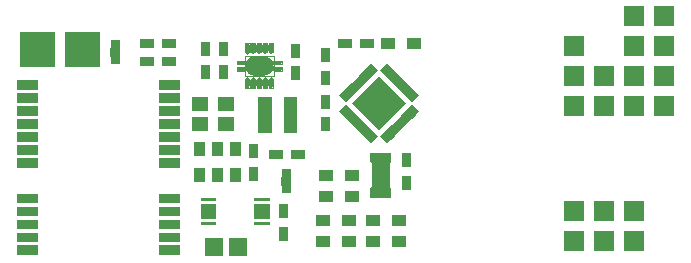
<source format=gbr>
G04 #@! TF.GenerationSoftware,KiCad,Pcbnew,(5.1.5)-3*
G04 #@! TF.CreationDate,2020-02-17T19:32:57-05:00*
G04 #@! TF.ProjectId,PicoTrackerWSPR1Rev6,5069636f-5472-4616-936b-657257535052,rev?*
G04 #@! TF.SameCoordinates,Original*
G04 #@! TF.FileFunction,Soldermask,Top*
G04 #@! TF.FilePolarity,Negative*
%FSLAX46Y46*%
G04 Gerber Fmt 4.6, Leading zero omitted, Abs format (unit mm)*
G04 Created by KiCad (PCBNEW (5.1.5)-3) date 2020-02-17 19:32:57*
%MOMM*%
%LPD*%
G04 APERTURE LIST*
%ADD10C,0.066040*%
%ADD11C,0.100000*%
G04 APERTURE END LIST*
D10*
X98978720Y-72773540D02*
X99578160Y-72773540D01*
X99578160Y-72773540D02*
X99578160Y-72473820D01*
X98978720Y-72473820D02*
X99578160Y-72473820D01*
X98978720Y-72773540D02*
X98978720Y-72473820D01*
X98978720Y-73322180D02*
X99578160Y-73322180D01*
X99578160Y-73322180D02*
X99578160Y-73022460D01*
X98978720Y-73022460D02*
X99578160Y-73022460D01*
X98978720Y-73322180D02*
X98978720Y-73022460D01*
X99677220Y-73746360D02*
X102125780Y-73746360D01*
X102125780Y-73746360D02*
X102125780Y-72049640D01*
X99677220Y-72049640D02*
X102125780Y-72049640D01*
X99677220Y-73746360D02*
X99677220Y-72049640D01*
X99728020Y-74820780D02*
X100078540Y-74820780D01*
X100078540Y-74820780D02*
X100078540Y-74061320D01*
X99728020Y-74061320D02*
X100078540Y-74061320D01*
X99728020Y-74820780D02*
X99728020Y-74061320D01*
X100228400Y-74820780D02*
X100578920Y-74820780D01*
X100578920Y-74820780D02*
X100578920Y-74061320D01*
X100228400Y-74061320D02*
X100578920Y-74061320D01*
X100228400Y-74820780D02*
X100228400Y-74061320D01*
X100728780Y-74820780D02*
X101074220Y-74820780D01*
X101074220Y-74820780D02*
X101074220Y-74061320D01*
X100728780Y-74061320D02*
X101074220Y-74061320D01*
X100728780Y-74820780D02*
X100728780Y-74061320D01*
X101224080Y-74820780D02*
X101574600Y-74820780D01*
X101574600Y-74820780D02*
X101574600Y-74061320D01*
X101224080Y-74061320D02*
X101574600Y-74061320D01*
X101224080Y-74820780D02*
X101224080Y-74061320D01*
X101724460Y-74820780D02*
X102074980Y-74820780D01*
X102074980Y-74820780D02*
X102074980Y-74061320D01*
X101724460Y-74061320D02*
X102074980Y-74061320D01*
X101724460Y-74820780D02*
X101724460Y-74061320D01*
X101724460Y-71734680D02*
X102074980Y-71734680D01*
X102074980Y-71734680D02*
X102074980Y-70975220D01*
X101724460Y-70975220D02*
X102074980Y-70975220D01*
X101724460Y-71734680D02*
X101724460Y-70975220D01*
X101224080Y-71734680D02*
X101574600Y-71734680D01*
X101574600Y-71734680D02*
X101574600Y-70975220D01*
X101224080Y-70975220D02*
X101574600Y-70975220D01*
X101224080Y-71734680D02*
X101224080Y-70975220D01*
X100728780Y-71734680D02*
X101074220Y-71734680D01*
X101074220Y-71734680D02*
X101074220Y-70975220D01*
X100728780Y-70975220D02*
X101074220Y-70975220D01*
X100728780Y-71734680D02*
X100728780Y-70975220D01*
X100228400Y-71734680D02*
X100578920Y-71734680D01*
X100578920Y-71734680D02*
X100578920Y-70975220D01*
X100228400Y-70975220D02*
X100578920Y-70975220D01*
X100228400Y-71734680D02*
X100228400Y-70975220D01*
X99728020Y-71734680D02*
X100078540Y-71734680D01*
X100078540Y-71734680D02*
X100078540Y-70975220D01*
X99728020Y-70975220D02*
X100078540Y-70975220D01*
X99728020Y-71734680D02*
X99728020Y-70975220D01*
X102224840Y-73322180D02*
X102824280Y-73322180D01*
X102824280Y-73322180D02*
X102824280Y-73022460D01*
X102224840Y-73022460D02*
X102824280Y-73022460D01*
X102224840Y-73322180D02*
X102224840Y-73022460D01*
X102224840Y-72773540D02*
X102824280Y-72773540D01*
X102824280Y-72773540D02*
X102824280Y-72473820D01*
X102224840Y-72473820D02*
X102824280Y-72473820D01*
X102224840Y-72773540D02*
X102224840Y-72473820D01*
D11*
X100076000Y-74061320D02*
G75*
G03X100076000Y-74061320I-172720J0D01*
G01*
X100576380Y-74061320D02*
G75*
G03X100576380Y-74061320I-172720J0D01*
G01*
X101074220Y-74061320D02*
G75*
G03X101074220Y-74061320I-172720J0D01*
G01*
X101572060Y-74061320D02*
G75*
G03X101572060Y-74061320I-172720J0D01*
G01*
X102072440Y-74061320D02*
G75*
G03X102072440Y-74061320I-172720J0D01*
G01*
X102072440Y-71734680D02*
G75*
G03X102072440Y-71734680I-172720J0D01*
G01*
X101572060Y-71734680D02*
G75*
G03X101572060Y-71734680I-172720J0D01*
G01*
X101074220Y-71734680D02*
G75*
G03X101074220Y-71734680I-172720J0D01*
G01*
X100576380Y-71734680D02*
G75*
G03X100576380Y-71734680I-172720J0D01*
G01*
X100076000Y-71734680D02*
G75*
G03X100076000Y-71734680I-172720J0D01*
G01*
G36*
X99873500Y-89015000D02*
G01*
X98373500Y-89015000D01*
X98373500Y-87515000D01*
X99873500Y-87515000D01*
X99873500Y-89015000D01*
G37*
G36*
X97841500Y-89015000D02*
G01*
X96341500Y-89015000D01*
X96341500Y-87515000D01*
X97841500Y-87515000D01*
X97841500Y-89015000D01*
G37*
G36*
X82194400Y-88912700D02*
G01*
X80396080Y-88912700D01*
X80396080Y-88115140D01*
X82194400Y-88115140D01*
X82194400Y-88912700D01*
G37*
G36*
X94190820Y-88912700D02*
G01*
X92392500Y-88912700D01*
X92392500Y-88115140D01*
X94190820Y-88115140D01*
X94190820Y-88912700D01*
G37*
G36*
X130961500Y-88607000D02*
G01*
X129261500Y-88607000D01*
X129261500Y-86907000D01*
X130961500Y-86907000D01*
X130961500Y-88607000D01*
G37*
G36*
X128421500Y-88607000D02*
G01*
X126721500Y-88607000D01*
X126721500Y-86907000D01*
X128421500Y-86907000D01*
X128421500Y-88607000D01*
G37*
G36*
X133501500Y-88607000D02*
G01*
X131801500Y-88607000D01*
X131801500Y-86907000D01*
X133501500Y-86907000D01*
X133501500Y-88607000D01*
G37*
G36*
X113353500Y-88207000D02*
G01*
X112153500Y-88207000D01*
X112153500Y-87307000D01*
X113353500Y-87307000D01*
X113353500Y-88207000D01*
G37*
G36*
X111153500Y-88207000D02*
G01*
X109953500Y-88207000D01*
X109953500Y-87307000D01*
X111153500Y-87307000D01*
X111153500Y-88207000D01*
G37*
G36*
X109121500Y-88207000D02*
G01*
X107921500Y-88207000D01*
X107921500Y-87307000D01*
X109121500Y-87307000D01*
X109121500Y-88207000D01*
G37*
G36*
X106921500Y-88207000D02*
G01*
X105721500Y-88207000D01*
X105721500Y-87307000D01*
X106921500Y-87307000D01*
X106921500Y-88207000D01*
G37*
G36*
X94190820Y-87812880D02*
G01*
X92392500Y-87812880D01*
X92392500Y-87015320D01*
X94190820Y-87015320D01*
X94190820Y-87812880D01*
G37*
G36*
X82194400Y-87812880D02*
G01*
X80396080Y-87812880D01*
X80396080Y-87015320D01*
X82194400Y-87015320D01*
X82194400Y-87812880D01*
G37*
G36*
X103308500Y-87717000D02*
G01*
X102558500Y-87717000D01*
X102558500Y-86517000D01*
X103308500Y-86517000D01*
X103308500Y-87717000D01*
G37*
G36*
X94190820Y-86713060D02*
G01*
X92392500Y-86713060D01*
X92392500Y-85915500D01*
X94190820Y-85915500D01*
X94190820Y-86713060D01*
G37*
G36*
X82194400Y-86713060D02*
G01*
X80396080Y-86713060D01*
X80396080Y-85915500D01*
X82194400Y-85915500D01*
X82194400Y-86713060D01*
G37*
G36*
X106921500Y-86429000D02*
G01*
X105721500Y-86429000D01*
X105721500Y-85529000D01*
X106921500Y-85529000D01*
X106921500Y-86429000D01*
G37*
G36*
X109121500Y-86429000D02*
G01*
X107921500Y-86429000D01*
X107921500Y-85529000D01*
X109121500Y-85529000D01*
X109121500Y-86429000D01*
G37*
G36*
X111153500Y-86429000D02*
G01*
X109953500Y-86429000D01*
X109953500Y-85529000D01*
X111153500Y-85529000D01*
X111153500Y-86429000D01*
G37*
G36*
X113353500Y-86429000D02*
G01*
X112153500Y-86429000D01*
X112153500Y-85529000D01*
X113353500Y-85529000D01*
X113353500Y-86429000D01*
G37*
G36*
X97269500Y-86339680D02*
G01*
X95969500Y-86339680D01*
X95969500Y-86090760D01*
X97269500Y-86090760D01*
X97269500Y-86339680D01*
G37*
G36*
X101769500Y-86339680D02*
G01*
X100469500Y-86339680D01*
X100469500Y-86090760D01*
X101769500Y-86090760D01*
X101769500Y-86339680D01*
G37*
G36*
X128421500Y-86067000D02*
G01*
X126721500Y-86067000D01*
X126721500Y-84367000D01*
X128421500Y-84367000D01*
X128421500Y-86067000D01*
G37*
G36*
X130961500Y-86067000D02*
G01*
X129261500Y-86067000D01*
X129261500Y-84367000D01*
X130961500Y-84367000D01*
X130961500Y-86067000D01*
G37*
G36*
X133501500Y-86067000D02*
G01*
X131801500Y-86067000D01*
X131801500Y-84367000D01*
X133501500Y-84367000D01*
X133501500Y-86067000D01*
G37*
G36*
X97269500Y-85839300D02*
G01*
X95969500Y-85839300D01*
X95969500Y-84594700D01*
X97269500Y-84594700D01*
X97269500Y-85839300D01*
G37*
G36*
X101769500Y-85839300D02*
G01*
X100469500Y-85839300D01*
X100469500Y-84594700D01*
X101769500Y-84594700D01*
X101769500Y-85839300D01*
G37*
G36*
X103308500Y-85817000D02*
G01*
X102558500Y-85817000D01*
X102558500Y-84617000D01*
X103308500Y-84617000D01*
X103308500Y-85817000D01*
G37*
G36*
X94190820Y-85613240D02*
G01*
X92392500Y-85613240D01*
X92392500Y-84815680D01*
X94190820Y-84815680D01*
X94190820Y-85613240D01*
G37*
G36*
X82194400Y-85613240D02*
G01*
X80396080Y-85613240D01*
X80396080Y-84815680D01*
X82194400Y-84815680D01*
X82194400Y-85613240D01*
G37*
G36*
X82194400Y-84513420D02*
G01*
X80396080Y-84513420D01*
X80396080Y-83715860D01*
X82194400Y-83715860D01*
X82194400Y-84513420D01*
G37*
G36*
X94190820Y-84513420D02*
G01*
X92392500Y-84513420D01*
X92392500Y-83715860D01*
X94190820Y-83715860D01*
X94190820Y-84513420D01*
G37*
G36*
X107175500Y-84397000D02*
G01*
X105975500Y-84397000D01*
X105975500Y-83497000D01*
X107175500Y-83497000D01*
X107175500Y-84397000D01*
G37*
G36*
X109375500Y-84397000D02*
G01*
X108175500Y-84397000D01*
X108175500Y-83497000D01*
X109375500Y-83497000D01*
X109375500Y-84397000D01*
G37*
G36*
X97269500Y-84343240D02*
G01*
X95969500Y-84343240D01*
X95969500Y-84094320D01*
X97269500Y-84094320D01*
X97269500Y-84343240D01*
G37*
G36*
X101769500Y-84343240D02*
G01*
X100469500Y-84343240D01*
X100469500Y-84094320D01*
X101769500Y-84094320D01*
X101769500Y-84343240D01*
G37*
G36*
X112088500Y-81069000D02*
G01*
X112088499Y-81069000D01*
X112064113Y-81071402D01*
X112040664Y-81078515D01*
X112019053Y-81090066D01*
X112000111Y-81105611D01*
X111984566Y-81124553D01*
X111973015Y-81146164D01*
X111965902Y-81169613D01*
X111963500Y-81193999D01*
X111963500Y-83144001D01*
X111965902Y-83168387D01*
X111973015Y-83191836D01*
X111984566Y-83213447D01*
X112000111Y-83232389D01*
X112019053Y-83247934D01*
X112040664Y-83259485D01*
X112064113Y-83266598D01*
X112088499Y-83269000D01*
X112088500Y-83269000D01*
X112088500Y-84069000D01*
X110288500Y-84069000D01*
X110288500Y-83269000D01*
X110288501Y-83269000D01*
X110312887Y-83266598D01*
X110336336Y-83259485D01*
X110357947Y-83247934D01*
X110376889Y-83232389D01*
X110392434Y-83213447D01*
X110403985Y-83191836D01*
X110411098Y-83168387D01*
X110413500Y-83144001D01*
X110413500Y-81193999D01*
X110411098Y-81169613D01*
X110403985Y-81146164D01*
X110392434Y-81124553D01*
X110376889Y-81105611D01*
X110357947Y-81090066D01*
X110336336Y-81078515D01*
X110312887Y-81071402D01*
X110288501Y-81069000D01*
X110288500Y-81069000D01*
X110288500Y-80269000D01*
X112088500Y-80269000D01*
X112088500Y-81069000D01*
G37*
G36*
X103587500Y-82302001D02*
G01*
X103589902Y-82326387D01*
X103597015Y-82349836D01*
X103608566Y-82371447D01*
X103617500Y-82382333D01*
X103617500Y-82971667D01*
X103608566Y-82982553D01*
X103597015Y-83004164D01*
X103589902Y-83027613D01*
X103587500Y-83051999D01*
X103587500Y-83677000D01*
X102787500Y-83677000D01*
X102787500Y-83051999D01*
X102785098Y-83027613D01*
X102777985Y-83004164D01*
X102766434Y-82982553D01*
X102757500Y-82971667D01*
X102757500Y-82382333D01*
X102766434Y-82371447D01*
X102777985Y-82349836D01*
X102785098Y-82326387D01*
X102787500Y-82302001D01*
X102787500Y-81677000D01*
X103587500Y-81677000D01*
X103587500Y-82302001D01*
G37*
G36*
X113722500Y-83399000D02*
G01*
X112972500Y-83399000D01*
X112972500Y-82199000D01*
X113722500Y-82199000D01*
X113722500Y-83399000D01*
G37*
G36*
X97795500Y-82769000D02*
G01*
X96895500Y-82769000D01*
X96895500Y-81569000D01*
X97795500Y-81569000D01*
X97795500Y-82769000D01*
G37*
G36*
X96271500Y-82769000D02*
G01*
X95371500Y-82769000D01*
X95371500Y-81569000D01*
X96271500Y-81569000D01*
X96271500Y-82769000D01*
G37*
G36*
X99319500Y-82769000D02*
G01*
X98419500Y-82769000D01*
X98419500Y-81569000D01*
X99319500Y-81569000D01*
X99319500Y-82769000D01*
G37*
G36*
X100768500Y-82637000D02*
G01*
X100018500Y-82637000D01*
X100018500Y-81437000D01*
X100768500Y-81437000D01*
X100768500Y-82637000D01*
G37*
G36*
X107175500Y-82619000D02*
G01*
X105975500Y-82619000D01*
X105975500Y-81719000D01*
X107175500Y-81719000D01*
X107175500Y-82619000D01*
G37*
G36*
X109375500Y-82619000D02*
G01*
X108175500Y-82619000D01*
X108175500Y-81719000D01*
X109375500Y-81719000D01*
X109375500Y-82619000D01*
G37*
G36*
X82194400Y-81516220D02*
G01*
X80396080Y-81516220D01*
X80396080Y-80718660D01*
X82194400Y-80718660D01*
X82194400Y-81516220D01*
G37*
G36*
X94190820Y-81516220D02*
G01*
X92392500Y-81516220D01*
X92392500Y-80718660D01*
X94190820Y-80718660D01*
X94190820Y-81516220D01*
G37*
G36*
X113722500Y-81499000D02*
G01*
X112972500Y-81499000D01*
X112972500Y-80299000D01*
X113722500Y-80299000D01*
X113722500Y-81499000D01*
G37*
G36*
X102903500Y-80766000D02*
G01*
X101703500Y-80766000D01*
X101703500Y-80016000D01*
X102903500Y-80016000D01*
X102903500Y-80766000D01*
G37*
G36*
X104803500Y-80766000D02*
G01*
X103603500Y-80766000D01*
X103603500Y-80016000D01*
X104803500Y-80016000D01*
X104803500Y-80766000D01*
G37*
G36*
X100768500Y-80737000D02*
G01*
X100018500Y-80737000D01*
X100018500Y-79537000D01*
X100768500Y-79537000D01*
X100768500Y-80737000D01*
G37*
G36*
X97795500Y-80569000D02*
G01*
X96895500Y-80569000D01*
X96895500Y-79369000D01*
X97795500Y-79369000D01*
X97795500Y-80569000D01*
G37*
G36*
X99319500Y-80569000D02*
G01*
X98419500Y-80569000D01*
X98419500Y-79369000D01*
X99319500Y-79369000D01*
X99319500Y-80569000D01*
G37*
G36*
X96271500Y-80569000D02*
G01*
X95371500Y-80569000D01*
X95371500Y-79369000D01*
X96271500Y-79369000D01*
X96271500Y-80569000D01*
G37*
G36*
X94190820Y-80413860D02*
G01*
X92392500Y-80413860D01*
X92392500Y-79616300D01*
X94190820Y-79616300D01*
X94190820Y-80413860D01*
G37*
G36*
X82194400Y-80413860D02*
G01*
X80396080Y-80413860D01*
X80396080Y-79616300D01*
X82194400Y-79616300D01*
X82194400Y-80413860D01*
G37*
G36*
X108940174Y-76815457D02*
G01*
X108940179Y-76815463D01*
X109258378Y-77133662D01*
X109258384Y-77133667D01*
X110000834Y-77876117D01*
X110000839Y-77876123D01*
X110319038Y-78194322D01*
X110319044Y-78194327D01*
X110973111Y-78848394D01*
X110372071Y-79449434D01*
X109753353Y-78830716D01*
X109753347Y-78830711D01*
X109364450Y-78441814D01*
X109364445Y-78441808D01*
X108692693Y-77770056D01*
X108692687Y-77770051D01*
X108303790Y-77381154D01*
X108303785Y-77381148D01*
X107685066Y-76762429D01*
X108286106Y-76161389D01*
X108940174Y-76815457D01*
G37*
G36*
X114437934Y-76762429D02*
G01*
X114137414Y-77062949D01*
X113819216Y-77381148D01*
X113430308Y-77770056D01*
X113076754Y-78123609D01*
X112758556Y-78441808D01*
X112369648Y-78830716D01*
X112016094Y-79184269D01*
X111750929Y-79449434D01*
X111149889Y-78848394D01*
X111803952Y-78194331D01*
X111803963Y-78194322D01*
X111856997Y-78141289D01*
X111856996Y-78141288D01*
X112069128Y-77929156D01*
X112069129Y-77929157D01*
X112122162Y-77876123D01*
X112122171Y-77876112D01*
X112864612Y-77133671D01*
X112864623Y-77133662D01*
X112917657Y-77080629D01*
X112917656Y-77080628D01*
X113129788Y-76868496D01*
X113129789Y-76868497D01*
X113182822Y-76815463D01*
X113182831Y-76815452D01*
X113836894Y-76161389D01*
X114437934Y-76762429D01*
G37*
G36*
X82194400Y-79314040D02*
G01*
X80396080Y-79314040D01*
X80396080Y-78516480D01*
X82194400Y-78516480D01*
X82194400Y-79314040D01*
G37*
G36*
X94190820Y-79314040D02*
G01*
X92392500Y-79314040D01*
X92392500Y-78516480D01*
X94190820Y-78516480D01*
X94190820Y-79314040D01*
G37*
G36*
X101981000Y-78613000D02*
G01*
X100838000Y-78613000D01*
X100838000Y-75565000D01*
X101981000Y-75565000D01*
X101981000Y-78613000D01*
G37*
G36*
X104140000Y-78613000D02*
G01*
X102997000Y-78613000D01*
X102997000Y-75565000D01*
X104140000Y-75565000D01*
X104140000Y-78613000D01*
G37*
G36*
X106864500Y-78451000D02*
G01*
X106114500Y-78451000D01*
X106114500Y-77251000D01*
X106864500Y-77251000D01*
X106864500Y-78451000D01*
G37*
G36*
X98806000Y-78447900D02*
G01*
X97409000Y-78447900D01*
X97409000Y-77254100D01*
X98806000Y-77254100D01*
X98806000Y-78447900D01*
G37*
G36*
X96596200Y-78447900D02*
G01*
X95199200Y-78447900D01*
X95199200Y-77254100D01*
X96596200Y-77254100D01*
X96596200Y-78447900D01*
G37*
G36*
X113359597Y-76073000D02*
G01*
X111061500Y-78371097D01*
X108763403Y-76073000D01*
X111061500Y-73774903D01*
X113359597Y-76073000D01*
G37*
G36*
X82194400Y-78214220D02*
G01*
X80396080Y-78214220D01*
X80396080Y-77416660D01*
X82194400Y-77416660D01*
X82194400Y-78214220D01*
G37*
G36*
X94190820Y-78214220D02*
G01*
X92392500Y-78214220D01*
X92392500Y-77416660D01*
X94190820Y-77416660D01*
X94190820Y-78214220D01*
G37*
G36*
X133501500Y-77177000D02*
G01*
X131801500Y-77177000D01*
X131801500Y-75477000D01*
X133501500Y-75477000D01*
X133501500Y-77177000D01*
G37*
G36*
X136041500Y-77177000D02*
G01*
X134341500Y-77177000D01*
X134341500Y-75477000D01*
X136041500Y-75477000D01*
X136041500Y-77177000D01*
G37*
G36*
X128421500Y-77177000D02*
G01*
X126721500Y-77177000D01*
X126721500Y-75477000D01*
X128421500Y-75477000D01*
X128421500Y-77177000D01*
G37*
G36*
X130961500Y-77177000D02*
G01*
X129261500Y-77177000D01*
X129261500Y-75477000D01*
X130961500Y-75477000D01*
X130961500Y-77177000D01*
G37*
G36*
X82194400Y-77114400D02*
G01*
X80396080Y-77114400D01*
X80396080Y-76316840D01*
X82194400Y-76316840D01*
X82194400Y-77114400D01*
G37*
G36*
X94190820Y-77114400D02*
G01*
X92392500Y-77114400D01*
X92392500Y-76316840D01*
X94190820Y-76316840D01*
X94190820Y-77114400D01*
G37*
G36*
X98806000Y-76746100D02*
G01*
X97409000Y-76746100D01*
X97409000Y-75552300D01*
X98806000Y-75552300D01*
X98806000Y-76746100D01*
G37*
G36*
X96596200Y-76746100D02*
G01*
X95199200Y-76746100D01*
X95199200Y-75552300D01*
X96596200Y-75552300D01*
X96596200Y-76746100D01*
G37*
G36*
X106864500Y-76551000D02*
G01*
X106114500Y-76551000D01*
X106114500Y-75351000D01*
X106864500Y-75351000D01*
X106864500Y-76551000D01*
G37*
G36*
X94190820Y-76014580D02*
G01*
X92392500Y-76014580D01*
X92392500Y-75217020D01*
X94190820Y-75217020D01*
X94190820Y-76014580D01*
G37*
G36*
X82194400Y-76014580D02*
G01*
X80396080Y-76014580D01*
X80396080Y-75217020D01*
X82194400Y-75217020D01*
X82194400Y-76014580D01*
G37*
G36*
X112369648Y-73315285D02*
G01*
X112369654Y-73315290D01*
X112758551Y-73704187D01*
X112758556Y-73704193D01*
X113430308Y-74375945D01*
X113430314Y-74375950D01*
X113819211Y-74764847D01*
X113819216Y-74764853D01*
X114437934Y-75383571D01*
X113836894Y-75984611D01*
X113182827Y-75330544D01*
X113182822Y-75330538D01*
X112864623Y-75012339D01*
X112864617Y-75012334D01*
X112122167Y-74269884D01*
X112122162Y-74269878D01*
X111803963Y-73951679D01*
X111803957Y-73951674D01*
X111149889Y-73297606D01*
X111750929Y-72696566D01*
X112369648Y-73315285D01*
G37*
G36*
X110973111Y-73297606D02*
G01*
X108286106Y-75984611D01*
X107685066Y-75383571D01*
X108250751Y-74817886D01*
X108303785Y-74764853D01*
X108303794Y-74764842D01*
X108692682Y-74375954D01*
X108692693Y-74375945D01*
X108745726Y-74322911D01*
X109311411Y-73757226D01*
X109364445Y-73704193D01*
X109364454Y-73704182D01*
X109753342Y-73315294D01*
X109753353Y-73315285D01*
X109806386Y-73262251D01*
X110372071Y-72696566D01*
X110973111Y-73297606D01*
G37*
G36*
X82194400Y-74914760D02*
G01*
X80396080Y-74914760D01*
X80396080Y-74117200D01*
X82194400Y-74117200D01*
X82194400Y-74914760D01*
G37*
G36*
X94190820Y-74914760D02*
G01*
X92392500Y-74914760D01*
X92392500Y-74117200D01*
X94190820Y-74117200D01*
X94190820Y-74914760D01*
G37*
G36*
X100911030Y-73916675D02*
G01*
X100926575Y-73935617D01*
X100956038Y-73957468D01*
X100964833Y-73962169D01*
X100979488Y-73970002D01*
X100979490Y-73970003D01*
X100979489Y-73970003D01*
X101000760Y-73987460D01*
X101018219Y-74008733D01*
X101031818Y-74034175D01*
X101040179Y-74054363D01*
X101053793Y-74074737D01*
X101071119Y-74092065D01*
X101091493Y-74105679D01*
X101114132Y-74115057D01*
X101138165Y-74119838D01*
X101162669Y-74119838D01*
X101186703Y-74115058D01*
X101209342Y-74105682D01*
X101229716Y-74092068D01*
X101247044Y-74074742D01*
X101260658Y-74054368D01*
X101269019Y-74034182D01*
X101275321Y-74022391D01*
X101282622Y-74008732D01*
X101300080Y-73987460D01*
X101321352Y-73970002D01*
X101344804Y-73957467D01*
X101365177Y-73943854D01*
X101382503Y-73926526D01*
X101384940Y-73922879D01*
X101390029Y-73927968D01*
X101410403Y-73941582D01*
X101433045Y-73950959D01*
X101453056Y-73957029D01*
X101453058Y-73957030D01*
X101477328Y-73970002D01*
X101477330Y-73970003D01*
X101477329Y-73970003D01*
X101498600Y-73987460D01*
X101516059Y-74008733D01*
X101529031Y-74033002D01*
X101529913Y-74035910D01*
X101539289Y-74058550D01*
X101552903Y-74078924D01*
X101570229Y-74096252D01*
X101590603Y-74109866D01*
X101613242Y-74119244D01*
X101637275Y-74124025D01*
X101661779Y-74124025D01*
X101685812Y-74119245D01*
X101708452Y-74109869D01*
X101728826Y-74096255D01*
X101746154Y-74078929D01*
X101759768Y-74058555D01*
X101769147Y-74035913D01*
X101770030Y-74033001D01*
X101776964Y-74020029D01*
X101783002Y-74008732D01*
X101800460Y-73987460D01*
X101821732Y-73970002D01*
X101821731Y-73970002D01*
X101821733Y-73970001D01*
X101845999Y-73957030D01*
X101872334Y-73949042D01*
X101899720Y-73946345D01*
X101927105Y-73949042D01*
X101953438Y-73957030D01*
X101977708Y-73970002D01*
X101977710Y-73970003D01*
X101977709Y-73970003D01*
X101998980Y-73987460D01*
X102016439Y-74008733D01*
X102029410Y-74032999D01*
X102037398Y-74059334D01*
X102039420Y-74079866D01*
X102039420Y-74662534D01*
X102037398Y-74683066D01*
X102029410Y-74709401D01*
X102016439Y-74733667D01*
X101998980Y-74754940D01*
X101977707Y-74772399D01*
X101953441Y-74785370D01*
X101927106Y-74793358D01*
X101899720Y-74796055D01*
X101872335Y-74793358D01*
X101846000Y-74785370D01*
X101821734Y-74772399D01*
X101800461Y-74754940D01*
X101783002Y-74733667D01*
X101770032Y-74709401D01*
X101769675Y-74708223D01*
X101769146Y-74706483D01*
X101759773Y-74683852D01*
X101746160Y-74663477D01*
X101728834Y-74646149D01*
X101708460Y-74632534D01*
X101685821Y-74623156D01*
X101661788Y-74618374D01*
X101637284Y-74618373D01*
X101613251Y-74623153D01*
X101590612Y-74632529D01*
X101570237Y-74646142D01*
X101552909Y-74663468D01*
X101539294Y-74683842D01*
X101529915Y-74706483D01*
X101529030Y-74709400D01*
X101516059Y-74733667D01*
X101498600Y-74754940D01*
X101477327Y-74772399D01*
X101453061Y-74785370D01*
X101426726Y-74793358D01*
X101399340Y-74796055D01*
X101371955Y-74793358D01*
X101345620Y-74785370D01*
X101321354Y-74772399D01*
X101300081Y-74754940D01*
X101282622Y-74733667D01*
X101269022Y-74708223D01*
X101260663Y-74688039D01*
X101247050Y-74667664D01*
X101229724Y-74650336D01*
X101209351Y-74636722D01*
X101186712Y-74627343D01*
X101162679Y-74622562D01*
X101138175Y-74622560D01*
X101114142Y-74627340D01*
X101091502Y-74636716D01*
X101071127Y-74650329D01*
X101053799Y-74667655D01*
X101040185Y-74688028D01*
X101031818Y-74708225D01*
X101018219Y-74733667D01*
X101000760Y-74754940D01*
X100979487Y-74772399D01*
X100955221Y-74785370D01*
X100928886Y-74793358D01*
X100901500Y-74796055D01*
X100874115Y-74793358D01*
X100847780Y-74785370D01*
X100823514Y-74772399D01*
X100802241Y-74754940D01*
X100784782Y-74733667D01*
X100771182Y-74708223D01*
X100762823Y-74688039D01*
X100749210Y-74667664D01*
X100731884Y-74650336D01*
X100711511Y-74636722D01*
X100688872Y-74627343D01*
X100664839Y-74622562D01*
X100640335Y-74622560D01*
X100616302Y-74627340D01*
X100593662Y-74636716D01*
X100573287Y-74650329D01*
X100555959Y-74667655D01*
X100542345Y-74688028D01*
X100533978Y-74708225D01*
X100520379Y-74733667D01*
X100502920Y-74754940D01*
X100481647Y-74772399D01*
X100457381Y-74785370D01*
X100431046Y-74793358D01*
X100403660Y-74796055D01*
X100376275Y-74793358D01*
X100349940Y-74785370D01*
X100325674Y-74772399D01*
X100304401Y-74754940D01*
X100286942Y-74733667D01*
X100273972Y-74709401D01*
X100273615Y-74708223D01*
X100273086Y-74706483D01*
X100263713Y-74683852D01*
X100250100Y-74663477D01*
X100232774Y-74646149D01*
X100212400Y-74632534D01*
X100189761Y-74623156D01*
X100165728Y-74618374D01*
X100141224Y-74618373D01*
X100117191Y-74623153D01*
X100094552Y-74632529D01*
X100074177Y-74646142D01*
X100056849Y-74663468D01*
X100043234Y-74683842D01*
X100033855Y-74706483D01*
X100032970Y-74709400D01*
X100019999Y-74733667D01*
X100002540Y-74754940D01*
X99981267Y-74772399D01*
X99957001Y-74785370D01*
X99930666Y-74793358D01*
X99903280Y-74796055D01*
X99875895Y-74793358D01*
X99849560Y-74785370D01*
X99825294Y-74772399D01*
X99804021Y-74754940D01*
X99786562Y-74733667D01*
X99773591Y-74709401D01*
X99765603Y-74683066D01*
X99763581Y-74662534D01*
X99763580Y-74079867D01*
X99765602Y-74059335D01*
X99773590Y-74033002D01*
X99773592Y-74032999D01*
X99786562Y-74008732D01*
X99804020Y-73987460D01*
X99825292Y-73970002D01*
X99825291Y-73970002D01*
X99825293Y-73970001D01*
X99849559Y-73957030D01*
X99875894Y-73949042D01*
X99903280Y-73946345D01*
X99930665Y-73949042D01*
X99956998Y-73957030D01*
X99981268Y-73970002D01*
X99981270Y-73970003D01*
X99981269Y-73970003D01*
X100002540Y-73987460D01*
X100019999Y-74008733D01*
X100032971Y-74033002D01*
X100033853Y-74035910D01*
X100043229Y-74058550D01*
X100056843Y-74078924D01*
X100074169Y-74096252D01*
X100094543Y-74109866D01*
X100117182Y-74119244D01*
X100141215Y-74124025D01*
X100165719Y-74124025D01*
X100189752Y-74119245D01*
X100212392Y-74109869D01*
X100232766Y-74096255D01*
X100250094Y-74078929D01*
X100263708Y-74058555D01*
X100273087Y-74035913D01*
X100273970Y-74033001D01*
X100280904Y-74020029D01*
X100286942Y-74008732D01*
X100304400Y-73987460D01*
X100325672Y-73970002D01*
X100325671Y-73970002D01*
X100325673Y-73970001D01*
X100349939Y-73957031D01*
X100349941Y-73957030D01*
X100369959Y-73950958D01*
X100392597Y-73941580D01*
X100412971Y-73927967D01*
X100418181Y-73922757D01*
X100428735Y-73935617D01*
X100458198Y-73957468D01*
X100466993Y-73962169D01*
X100481648Y-73970002D01*
X100481650Y-73970003D01*
X100481649Y-73970003D01*
X100502920Y-73987460D01*
X100520379Y-74008733D01*
X100533978Y-74034175D01*
X100542339Y-74054363D01*
X100555953Y-74074737D01*
X100573279Y-74092065D01*
X100593653Y-74105679D01*
X100616292Y-74115057D01*
X100640325Y-74119838D01*
X100664829Y-74119838D01*
X100688863Y-74115058D01*
X100711502Y-74105682D01*
X100731876Y-74092068D01*
X100749204Y-74074742D01*
X100762818Y-74054368D01*
X100771179Y-74034182D01*
X100777481Y-74022391D01*
X100784782Y-74008732D01*
X100802240Y-73987460D01*
X100823512Y-73970002D01*
X100846964Y-73957467D01*
X100867337Y-73943854D01*
X100884663Y-73926526D01*
X100898277Y-73906152D01*
X100901389Y-73898638D01*
X100911030Y-73916675D01*
G37*
G36*
X130961500Y-74637000D02*
G01*
X129261500Y-74637000D01*
X129261500Y-72937000D01*
X130961500Y-72937000D01*
X130961500Y-74637000D01*
G37*
G36*
X133501500Y-74637000D02*
G01*
X131801500Y-74637000D01*
X131801500Y-72937000D01*
X133501500Y-72937000D01*
X133501500Y-74637000D01*
G37*
G36*
X136041500Y-74637000D02*
G01*
X134341500Y-74637000D01*
X134341500Y-72937000D01*
X136041500Y-72937000D01*
X136041500Y-74637000D01*
G37*
G36*
X128421500Y-74637000D02*
G01*
X126721500Y-74637000D01*
X126721500Y-72937000D01*
X128421500Y-72937000D01*
X128421500Y-74637000D01*
G37*
G36*
X106864500Y-74509000D02*
G01*
X106114500Y-74509000D01*
X106114500Y-73309000D01*
X106864500Y-73309000D01*
X106864500Y-74509000D01*
G37*
G36*
X104324500Y-74133000D02*
G01*
X103574500Y-74133000D01*
X103574500Y-72933000D01*
X104324500Y-72933000D01*
X104324500Y-74133000D01*
G37*
G36*
X96704500Y-74001000D02*
G01*
X95954500Y-74001000D01*
X95954500Y-72801000D01*
X96704500Y-72801000D01*
X96704500Y-74001000D01*
G37*
G36*
X98228500Y-74001000D02*
G01*
X97478500Y-74001000D01*
X97478500Y-72801000D01*
X98228500Y-72801000D01*
X98228500Y-74001000D01*
G37*
G36*
X100904724Y-72007696D02*
G01*
X100918338Y-72028071D01*
X100935666Y-72045397D01*
X100956040Y-72059011D01*
X100978679Y-72068388D01*
X101014963Y-72073770D01*
X101285877Y-72073770D01*
X101310263Y-72071368D01*
X101333712Y-72064255D01*
X101355323Y-72052704D01*
X101370322Y-72040395D01*
X101372700Y-72043954D01*
X101390026Y-72061282D01*
X101410400Y-72074896D01*
X101433041Y-72084274D01*
X101534730Y-72115121D01*
X101593095Y-72132826D01*
X101736283Y-72209362D01*
X101861789Y-72312361D01*
X101964788Y-72437867D01*
X101964790Y-72437870D01*
X101965126Y-72438280D01*
X101982453Y-72455607D01*
X102002827Y-72469220D01*
X102025466Y-72478598D01*
X102061751Y-72483980D01*
X102668574Y-72483980D01*
X102689106Y-72486002D01*
X102715441Y-72493990D01*
X102739707Y-72506961D01*
X102760980Y-72524420D01*
X102778439Y-72545693D01*
X102791410Y-72569959D01*
X102799398Y-72596294D01*
X102802095Y-72623680D01*
X102799398Y-72651066D01*
X102791410Y-72677401D01*
X102778439Y-72701667D01*
X102760980Y-72722940D01*
X102739707Y-72740399D01*
X102715441Y-72753370D01*
X102689106Y-72761358D01*
X102668574Y-72763380D01*
X102229023Y-72763380D01*
X102204637Y-72765782D01*
X102181188Y-72772895D01*
X102159577Y-72784446D01*
X102140635Y-72799991D01*
X102125090Y-72818933D01*
X102113539Y-72840544D01*
X102106426Y-72863993D01*
X102104024Y-72888379D01*
X102104626Y-72900632D01*
X102104625Y-72919868D01*
X102109405Y-72943901D01*
X102118781Y-72966540D01*
X102132394Y-72986915D01*
X102149720Y-73004243D01*
X102170094Y-73017858D01*
X102192733Y-73027236D01*
X102216766Y-73032018D01*
X102229023Y-73032620D01*
X102668574Y-73032620D01*
X102689106Y-73034642D01*
X102715441Y-73042630D01*
X102739707Y-73055601D01*
X102760980Y-73073060D01*
X102778439Y-73094333D01*
X102791410Y-73118599D01*
X102799398Y-73144934D01*
X102802095Y-73172320D01*
X102799398Y-73199706D01*
X102791410Y-73226041D01*
X102778439Y-73250307D01*
X102760980Y-73271580D01*
X102739707Y-73289039D01*
X102715441Y-73302010D01*
X102692396Y-73309000D01*
X102689106Y-73309998D01*
X102668574Y-73312020D01*
X102061751Y-73312020D01*
X102037365Y-73314422D01*
X102013916Y-73321535D01*
X101992305Y-73333086D01*
X101965126Y-73357720D01*
X101964790Y-73358130D01*
X101964788Y-73358133D01*
X101861789Y-73483639D01*
X101736283Y-73586638D01*
X101593095Y-73663174D01*
X101534730Y-73680879D01*
X101433041Y-73711726D01*
X101410402Y-73721103D01*
X101390028Y-73734717D01*
X101372701Y-73752044D01*
X101370263Y-73755692D01*
X101365174Y-73750603D01*
X101344800Y-73736989D01*
X101322161Y-73727612D01*
X101285877Y-73722230D01*
X101014963Y-73722230D01*
X100990577Y-73724632D01*
X100967128Y-73731745D01*
X100945517Y-73743296D01*
X100926575Y-73758841D01*
X100911030Y-73777783D01*
X100901389Y-73795820D01*
X100898276Y-73788304D01*
X100884662Y-73767929D01*
X100867334Y-73750603D01*
X100846960Y-73736989D01*
X100824321Y-73727612D01*
X100788037Y-73722230D01*
X100517123Y-73722230D01*
X100492737Y-73724632D01*
X100469288Y-73731745D01*
X100447677Y-73743296D01*
X100432679Y-73755605D01*
X100430299Y-73752043D01*
X100412972Y-73734716D01*
X100392598Y-73721102D01*
X100369958Y-73711724D01*
X100365279Y-73710305D01*
X100365273Y-73710304D01*
X100209905Y-73663174D01*
X100066717Y-73586638D01*
X99941211Y-73483639D01*
X99838212Y-73358133D01*
X99838210Y-73358130D01*
X99837874Y-73357720D01*
X99820547Y-73340393D01*
X99800173Y-73326780D01*
X99777534Y-73317402D01*
X99741249Y-73312020D01*
X99134426Y-73312020D01*
X99113894Y-73309998D01*
X99087559Y-73302010D01*
X99063293Y-73289039D01*
X99042020Y-73271580D01*
X99024561Y-73250307D01*
X99011590Y-73226041D01*
X99003602Y-73199706D01*
X99000905Y-73172320D01*
X99003602Y-73144934D01*
X99011590Y-73118599D01*
X99024561Y-73094333D01*
X99042020Y-73073060D01*
X99063293Y-73055601D01*
X99087559Y-73042630D01*
X99113894Y-73034642D01*
X99134426Y-73032620D01*
X99573977Y-73032620D01*
X99598363Y-73030218D01*
X99621812Y-73023105D01*
X99643423Y-73011554D01*
X99662365Y-72996009D01*
X99677910Y-72977067D01*
X99689461Y-72955456D01*
X99696574Y-72932007D01*
X99698976Y-72907621D01*
X99698374Y-72895364D01*
X99698375Y-72876132D01*
X99693595Y-72852099D01*
X99684219Y-72829460D01*
X99670606Y-72809085D01*
X99653280Y-72791757D01*
X99632906Y-72778142D01*
X99610267Y-72768764D01*
X99586234Y-72763982D01*
X99573977Y-72763380D01*
X99134426Y-72763380D01*
X99113894Y-72761358D01*
X99087559Y-72753370D01*
X99063293Y-72740399D01*
X99042020Y-72722940D01*
X99024561Y-72701667D01*
X99011590Y-72677401D01*
X99003602Y-72651066D01*
X99000905Y-72623680D01*
X99003602Y-72596294D01*
X99011590Y-72569959D01*
X99024561Y-72545693D01*
X99042020Y-72524420D01*
X99063293Y-72506961D01*
X99087559Y-72493990D01*
X99113894Y-72486002D01*
X99134426Y-72483980D01*
X99741249Y-72483980D01*
X99765635Y-72481578D01*
X99789084Y-72474465D01*
X99810695Y-72462914D01*
X99837874Y-72438280D01*
X99838210Y-72437870D01*
X99838212Y-72437867D01*
X99941211Y-72312361D01*
X100066717Y-72209362D01*
X100209905Y-72132826D01*
X100365273Y-72085696D01*
X100365279Y-72085695D01*
X100369958Y-72084276D01*
X100392597Y-72074898D01*
X100412971Y-72061285D01*
X100430298Y-72043958D01*
X100432737Y-72040308D01*
X100437826Y-72045397D01*
X100458200Y-72059011D01*
X100480839Y-72068388D01*
X100517123Y-72073770D01*
X100788037Y-72073770D01*
X100812423Y-72071368D01*
X100835872Y-72064255D01*
X100857483Y-72052704D01*
X100876425Y-72037159D01*
X100891970Y-72018217D01*
X100901611Y-72000180D01*
X100904724Y-72007696D01*
G37*
G36*
X83605500Y-73001000D02*
G01*
X80605500Y-73001000D01*
X80605500Y-70001000D01*
X83605500Y-70001000D01*
X83605500Y-73001000D01*
G37*
G36*
X87415500Y-73001000D02*
G01*
X84415500Y-73001000D01*
X84415500Y-70001000D01*
X87415500Y-70001000D01*
X87415500Y-73001000D01*
G37*
G36*
X93881500Y-72892000D02*
G01*
X92681500Y-72892000D01*
X92681500Y-72142000D01*
X93881500Y-72142000D01*
X93881500Y-72892000D01*
G37*
G36*
X91981500Y-72892000D02*
G01*
X90781500Y-72892000D01*
X90781500Y-72142000D01*
X91981500Y-72142000D01*
X91981500Y-72892000D01*
G37*
G36*
X89109500Y-71380001D02*
G01*
X89111902Y-71404387D01*
X89119015Y-71427836D01*
X89130566Y-71449447D01*
X89139500Y-71460333D01*
X89139500Y-72049667D01*
X89130566Y-72060553D01*
X89119015Y-72082164D01*
X89111902Y-72105613D01*
X89109500Y-72129999D01*
X89109500Y-72755000D01*
X88309500Y-72755000D01*
X88309500Y-72129999D01*
X88307098Y-72105613D01*
X88299985Y-72082164D01*
X88288434Y-72060553D01*
X88279500Y-72049667D01*
X88279500Y-71460333D01*
X88288434Y-71449447D01*
X88299985Y-71427836D01*
X88307098Y-71404387D01*
X88309500Y-71380001D01*
X88309500Y-70755000D01*
X89109500Y-70755000D01*
X89109500Y-71380001D01*
G37*
G36*
X106864500Y-72609000D02*
G01*
X106114500Y-72609000D01*
X106114500Y-71409000D01*
X106864500Y-71409000D01*
X106864500Y-72609000D01*
G37*
G36*
X104324500Y-72233000D02*
G01*
X103574500Y-72233000D01*
X103574500Y-71033000D01*
X104324500Y-71033000D01*
X104324500Y-72233000D01*
G37*
G36*
X98228500Y-72101000D02*
G01*
X97478500Y-72101000D01*
X97478500Y-70901000D01*
X98228500Y-70901000D01*
X98228500Y-72101000D01*
G37*
G36*
X96704500Y-72101000D02*
G01*
X95954500Y-72101000D01*
X95954500Y-70901000D01*
X96704500Y-70901000D01*
X96704500Y-72101000D01*
G37*
G36*
X136041500Y-72097000D02*
G01*
X134341500Y-72097000D01*
X134341500Y-70397000D01*
X136041500Y-70397000D01*
X136041500Y-72097000D01*
G37*
G36*
X128421500Y-72097000D02*
G01*
X126721500Y-72097000D01*
X126721500Y-70397000D01*
X128421500Y-70397000D01*
X128421500Y-72097000D01*
G37*
G36*
X133501500Y-72097000D02*
G01*
X131801500Y-72097000D01*
X131801500Y-70397000D01*
X133501500Y-70397000D01*
X133501500Y-72097000D01*
G37*
G36*
X101927106Y-71002642D02*
G01*
X101953441Y-71010630D01*
X101977707Y-71023601D01*
X101998980Y-71041060D01*
X102016439Y-71062333D01*
X102029410Y-71086599D01*
X102037398Y-71112934D01*
X102039420Y-71133466D01*
X102039420Y-71716134D01*
X102037398Y-71736666D01*
X102029410Y-71763001D01*
X102016439Y-71787267D01*
X102016438Y-71787268D01*
X101998980Y-71808540D01*
X101977708Y-71825998D01*
X101953438Y-71838970D01*
X101927105Y-71846958D01*
X101899720Y-71849655D01*
X101872334Y-71846958D01*
X101845999Y-71838970D01*
X101821733Y-71825999D01*
X101800460Y-71808540D01*
X101783003Y-71787269D01*
X101783002Y-71787267D01*
X101776964Y-71775971D01*
X101770030Y-71762999D01*
X101769147Y-71760087D01*
X101759770Y-71737448D01*
X101746156Y-71717074D01*
X101728829Y-71699747D01*
X101708455Y-71686133D01*
X101685816Y-71676756D01*
X101661783Y-71671975D01*
X101637279Y-71671975D01*
X101613245Y-71676755D01*
X101590606Y-71686132D01*
X101570232Y-71699746D01*
X101552905Y-71717073D01*
X101539291Y-71737447D01*
X101529913Y-71760090D01*
X101529031Y-71762998D01*
X101529030Y-71762999D01*
X101516058Y-71787268D01*
X101498600Y-71808540D01*
X101477328Y-71825998D01*
X101453877Y-71838532D01*
X101453056Y-71838971D01*
X101433045Y-71845041D01*
X101410405Y-71854417D01*
X101390031Y-71868031D01*
X101384819Y-71873243D01*
X101374265Y-71860383D01*
X101344802Y-71838532D01*
X101321352Y-71825998D01*
X101300080Y-71808540D01*
X101282622Y-71787268D01*
X101274407Y-71771899D01*
X101269019Y-71761818D01*
X101260659Y-71741634D01*
X101247045Y-71721260D01*
X101229718Y-71703933D01*
X101209344Y-71690320D01*
X101186705Y-71680942D01*
X101162672Y-71676162D01*
X101138168Y-71676162D01*
X101114134Y-71680943D01*
X101091495Y-71690320D01*
X101071121Y-71703934D01*
X101053794Y-71721261D01*
X101040181Y-71741635D01*
X101031819Y-71761824D01*
X101018219Y-71787267D01*
X101018218Y-71787268D01*
X101000760Y-71808540D01*
X100979488Y-71825998D01*
X100964833Y-71833831D01*
X100956038Y-71838532D01*
X100935663Y-71852146D01*
X100918337Y-71869474D01*
X100904723Y-71889848D01*
X100901611Y-71897362D01*
X100891970Y-71879325D01*
X100876425Y-71860383D01*
X100846962Y-71838532D01*
X100823512Y-71825998D01*
X100802240Y-71808540D01*
X100784782Y-71787268D01*
X100776567Y-71771899D01*
X100771179Y-71761818D01*
X100762819Y-71741634D01*
X100749205Y-71721260D01*
X100731878Y-71703933D01*
X100711504Y-71690320D01*
X100688865Y-71680942D01*
X100664832Y-71676162D01*
X100640328Y-71676162D01*
X100616294Y-71680943D01*
X100593655Y-71690320D01*
X100573281Y-71703934D01*
X100555954Y-71721261D01*
X100542341Y-71741635D01*
X100533979Y-71761824D01*
X100520379Y-71787267D01*
X100520378Y-71787268D01*
X100502920Y-71808540D01*
X100481648Y-71825998D01*
X100466993Y-71833831D01*
X100458198Y-71838532D01*
X100437823Y-71852146D01*
X100420497Y-71869474D01*
X100418060Y-71873122D01*
X100412972Y-71868034D01*
X100392597Y-71854420D01*
X100369958Y-71845042D01*
X100349941Y-71838970D01*
X100349939Y-71838969D01*
X100325673Y-71825999D01*
X100304400Y-71808540D01*
X100286943Y-71787269D01*
X100286942Y-71787267D01*
X100280904Y-71775971D01*
X100273970Y-71762999D01*
X100273087Y-71760087D01*
X100263710Y-71737448D01*
X100250096Y-71717074D01*
X100232769Y-71699747D01*
X100212395Y-71686133D01*
X100189756Y-71676756D01*
X100165723Y-71671975D01*
X100141219Y-71671975D01*
X100117185Y-71676755D01*
X100094546Y-71686132D01*
X100074172Y-71699746D01*
X100056845Y-71717073D01*
X100043231Y-71737447D01*
X100033853Y-71760090D01*
X100032971Y-71762998D01*
X100032970Y-71762999D01*
X100019998Y-71787268D01*
X100002540Y-71808540D01*
X99981268Y-71825998D01*
X99956998Y-71838970D01*
X99930665Y-71846958D01*
X99903280Y-71849655D01*
X99875894Y-71846958D01*
X99849559Y-71838970D01*
X99825293Y-71825999D01*
X99804020Y-71808540D01*
X99786563Y-71787269D01*
X99786562Y-71787267D01*
X99773590Y-71762998D01*
X99765602Y-71736665D01*
X99763580Y-71716133D01*
X99763581Y-71133466D01*
X99765603Y-71112934D01*
X99772706Y-71089517D01*
X99773591Y-71086599D01*
X99786562Y-71062333D01*
X99804021Y-71041060D01*
X99825294Y-71023601D01*
X99849560Y-71010630D01*
X99875895Y-71002642D01*
X99903280Y-70999945D01*
X99930666Y-71002642D01*
X99957001Y-71010630D01*
X99981267Y-71023601D01*
X100002540Y-71041060D01*
X100019999Y-71062333D01*
X100032970Y-71086600D01*
X100033855Y-71089517D01*
X100043233Y-71112155D01*
X100056847Y-71132529D01*
X100074174Y-71149856D01*
X100094549Y-71163469D01*
X100117188Y-71172846D01*
X100141221Y-71177626D01*
X100165726Y-71177626D01*
X100189759Y-71172845D01*
X100212397Y-71163467D01*
X100232771Y-71149853D01*
X100250098Y-71132526D01*
X100263711Y-71112151D01*
X100273089Y-71089509D01*
X100273972Y-71086599D01*
X100286942Y-71062333D01*
X100304401Y-71041060D01*
X100325674Y-71023601D01*
X100349940Y-71010630D01*
X100376275Y-71002642D01*
X100403660Y-70999945D01*
X100431046Y-71002642D01*
X100457381Y-71010630D01*
X100481647Y-71023601D01*
X100502920Y-71041060D01*
X100520379Y-71062333D01*
X100533978Y-71087775D01*
X100542344Y-71107970D01*
X100555958Y-71128344D01*
X100573286Y-71145671D01*
X100593661Y-71159283D01*
X100616300Y-71168660D01*
X100640334Y-71173440D01*
X100664838Y-71173439D01*
X100688871Y-71168657D01*
X100711509Y-71159279D01*
X100731883Y-71145665D01*
X100749210Y-71128337D01*
X100762822Y-71107962D01*
X100771182Y-71087778D01*
X100784782Y-71062333D01*
X100802241Y-71041060D01*
X100823514Y-71023601D01*
X100847780Y-71010630D01*
X100874115Y-71002642D01*
X100901500Y-70999945D01*
X100928886Y-71002642D01*
X100955221Y-71010630D01*
X100979487Y-71023601D01*
X101000760Y-71041060D01*
X101018219Y-71062333D01*
X101031818Y-71087775D01*
X101040184Y-71107970D01*
X101053798Y-71128344D01*
X101071126Y-71145671D01*
X101091501Y-71159283D01*
X101114140Y-71168660D01*
X101138174Y-71173440D01*
X101162678Y-71173439D01*
X101186711Y-71168657D01*
X101209349Y-71159279D01*
X101229723Y-71145665D01*
X101247050Y-71128337D01*
X101260662Y-71107962D01*
X101269022Y-71087778D01*
X101282622Y-71062333D01*
X101300081Y-71041060D01*
X101321354Y-71023601D01*
X101345620Y-71010630D01*
X101371955Y-71002642D01*
X101399340Y-70999945D01*
X101426726Y-71002642D01*
X101453061Y-71010630D01*
X101477327Y-71023601D01*
X101498600Y-71041060D01*
X101516059Y-71062333D01*
X101529030Y-71086600D01*
X101529915Y-71089517D01*
X101539293Y-71112155D01*
X101552907Y-71132529D01*
X101570234Y-71149856D01*
X101590609Y-71163469D01*
X101613248Y-71172846D01*
X101637281Y-71177626D01*
X101661786Y-71177626D01*
X101685819Y-71172845D01*
X101708457Y-71163467D01*
X101728831Y-71149853D01*
X101746158Y-71132526D01*
X101759771Y-71112151D01*
X101769149Y-71089509D01*
X101770032Y-71086599D01*
X101783002Y-71062333D01*
X101800461Y-71041060D01*
X101821734Y-71023601D01*
X101846000Y-71010630D01*
X101872335Y-71002642D01*
X101899720Y-70999945D01*
X101927106Y-71002642D01*
G37*
G36*
X114582500Y-71443000D02*
G01*
X113382500Y-71443000D01*
X113382500Y-70543000D01*
X114582500Y-70543000D01*
X114582500Y-71443000D01*
G37*
G36*
X112382500Y-71443000D02*
G01*
X111182500Y-71443000D01*
X111182500Y-70543000D01*
X112382500Y-70543000D01*
X112382500Y-71443000D01*
G37*
G36*
X93881500Y-71368000D02*
G01*
X92681500Y-71368000D01*
X92681500Y-70618000D01*
X93881500Y-70618000D01*
X93881500Y-71368000D01*
G37*
G36*
X91981500Y-71368000D02*
G01*
X90781500Y-71368000D01*
X90781500Y-70618000D01*
X91981500Y-70618000D01*
X91981500Y-71368000D01*
G37*
G36*
X110640500Y-71368000D02*
G01*
X109440500Y-71368000D01*
X109440500Y-70618000D01*
X110640500Y-70618000D01*
X110640500Y-71368000D01*
G37*
G36*
X108740500Y-71368000D02*
G01*
X107540500Y-71368000D01*
X107540500Y-70618000D01*
X108740500Y-70618000D01*
X108740500Y-71368000D01*
G37*
G36*
X133501500Y-69557000D02*
G01*
X131801500Y-69557000D01*
X131801500Y-67857000D01*
X133501500Y-67857000D01*
X133501500Y-69557000D01*
G37*
G36*
X136041500Y-69557000D02*
G01*
X134341500Y-69557000D01*
X134341500Y-67857000D01*
X136041500Y-67857000D01*
X136041500Y-69557000D01*
G37*
M02*

</source>
